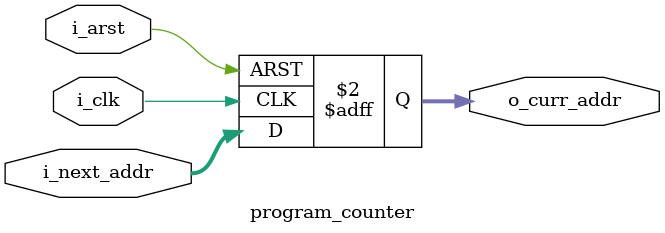
<source format=v>


module program_counter(i_clk, i_arst, i_next_addr, o_curr_addr); 

input i_clk;
input i_arst;
input [31:0] i_next_addr;
output reg [31:0] o_curr_addr;

always @(posedge i_clk, posedge i_arst) 
	if(i_arst) begin
		o_curr_addr <= 32'd0;
	end else begin
		o_curr_addr <= i_next_addr;
	end
endmodule

</source>
